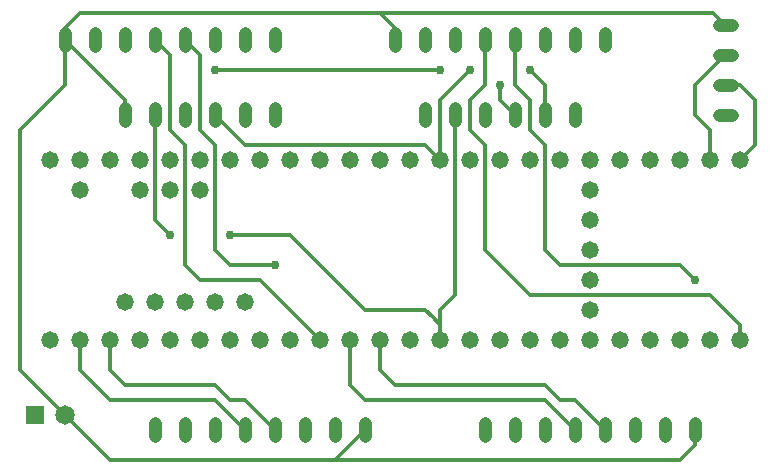
<source format=gbr>
G04 EAGLE Gerber RS-274X export*
G75*
%MOMM*%
%FSLAX34Y34*%
%LPD*%
%INTop Copper*%
%IPPOS*%
%AMOC8*
5,1,8,0,0,1.08239X$1,22.5*%
G01*
%ADD10C,1.473200*%
%ADD11R,1.650000X1.650000*%
%ADD12C,1.650000*%
%ADD13C,1.108000*%
%ADD14C,0.304800*%
%ADD15C,0.756400*%


D10*
X88900Y114300D03*
X114300Y114300D03*
X139700Y114300D03*
X165100Y114300D03*
X190500Y114300D03*
X215900Y114300D03*
X241300Y114300D03*
X266700Y114300D03*
X292100Y114300D03*
X317500Y114300D03*
X342900Y114300D03*
X368300Y114300D03*
X368300Y266700D03*
X342900Y266700D03*
X317500Y266700D03*
X292100Y266700D03*
X266700Y266700D03*
X241300Y266700D03*
X215900Y266700D03*
X190500Y266700D03*
X165100Y266700D03*
X139700Y266700D03*
X114300Y266700D03*
X63500Y114300D03*
X88900Y266700D03*
X63500Y266700D03*
X38100Y114300D03*
X38100Y266700D03*
X393700Y114300D03*
X393700Y266700D03*
X419100Y114300D03*
X444500Y114300D03*
X469900Y114300D03*
X495300Y114300D03*
X520700Y114300D03*
X546100Y114300D03*
X571500Y114300D03*
X596900Y114300D03*
X622300Y114300D03*
X622300Y266700D03*
X596900Y266700D03*
X571500Y266700D03*
X546100Y266700D03*
X520700Y266700D03*
X495300Y266700D03*
X469900Y266700D03*
X444500Y266700D03*
X419100Y266700D03*
X495300Y139700D03*
X495300Y190500D03*
X495300Y215900D03*
X495300Y165100D03*
X495300Y241300D03*
X63500Y241300D03*
X114300Y241300D03*
X139700Y241300D03*
X165100Y241300D03*
X101600Y146050D03*
X127000Y146050D03*
X152400Y146050D03*
X177800Y146050D03*
X203200Y146050D03*
D11*
X25400Y50800D03*
D12*
X50800Y50800D03*
D13*
X304800Y43640D02*
X304800Y32560D01*
X279400Y32560D02*
X279400Y43640D01*
X254000Y43640D02*
X254000Y32560D01*
X228600Y32560D02*
X228600Y43640D01*
X203200Y43640D02*
X203200Y32560D01*
X177800Y32560D02*
X177800Y43640D01*
X152400Y43640D02*
X152400Y32560D01*
X127000Y32560D02*
X127000Y43640D01*
X584200Y43640D02*
X584200Y32560D01*
X558800Y32560D02*
X558800Y43640D01*
X533400Y43640D02*
X533400Y32560D01*
X508000Y32560D02*
X508000Y43640D01*
X482600Y43640D02*
X482600Y32560D01*
X457200Y32560D02*
X457200Y43640D01*
X431800Y43640D02*
X431800Y32560D01*
X406400Y32560D02*
X406400Y43640D01*
X50800Y362760D02*
X50800Y373840D01*
X76200Y373840D02*
X76200Y362760D01*
X101600Y362760D02*
X101600Y373840D01*
X127000Y373840D02*
X127000Y362760D01*
X152400Y362760D02*
X152400Y373840D01*
X177800Y373840D02*
X177800Y362760D01*
X203200Y362760D02*
X203200Y373840D01*
X228600Y373840D02*
X228600Y362760D01*
X330200Y362760D02*
X330200Y373840D01*
X355600Y373840D02*
X355600Y362760D01*
X381000Y362760D02*
X381000Y373840D01*
X406400Y373840D02*
X406400Y362760D01*
X431800Y362760D02*
X431800Y373840D01*
X457200Y373840D02*
X457200Y362760D01*
X482600Y362760D02*
X482600Y373840D01*
X508000Y373840D02*
X508000Y362760D01*
X228600Y310340D02*
X228600Y299260D01*
X203200Y299260D02*
X203200Y310340D01*
X177800Y310340D02*
X177800Y299260D01*
X152400Y299260D02*
X152400Y310340D01*
X127000Y310340D02*
X127000Y299260D01*
X101600Y299260D02*
X101600Y310340D01*
X482600Y310340D02*
X482600Y299260D01*
X457200Y299260D02*
X457200Y310340D01*
X431800Y310340D02*
X431800Y299260D01*
X406400Y299260D02*
X406400Y310340D01*
X381000Y310340D02*
X381000Y299260D01*
X355600Y299260D02*
X355600Y310340D01*
X604060Y304800D02*
X615140Y304800D01*
X615140Y330200D02*
X604060Y330200D01*
X604060Y355600D02*
X615140Y355600D01*
X615140Y381000D02*
X604060Y381000D01*
D14*
X88900Y12700D02*
X50800Y50800D01*
X88900Y12700D02*
X279400Y12700D01*
X304800Y38100D01*
X279400Y12700D02*
X571500Y12700D01*
X584200Y25400D01*
X584200Y38100D01*
X50800Y50800D02*
X12700Y88900D01*
X12700Y292100D01*
X50800Y330200D01*
X50800Y368300D01*
X50800Y378716D01*
X63500Y391416D01*
X317500Y391416D01*
X330200Y378716D01*
X330200Y368300D01*
X317500Y391416D02*
X599184Y391416D01*
X609600Y381000D01*
X101600Y317500D02*
X101600Y304800D01*
X101600Y317500D02*
X50800Y368300D01*
X177800Y63500D02*
X203200Y38100D01*
X177800Y63500D02*
X88900Y63500D01*
X63500Y88900D02*
X63500Y114300D01*
X63500Y88900D02*
X88900Y63500D01*
X190500Y63500D02*
X203200Y63500D01*
X190500Y63500D02*
X177800Y76200D01*
X101600Y76200D01*
X88900Y88900D01*
X88900Y114300D01*
X203200Y63500D02*
X228600Y38100D01*
X165100Y355600D02*
X152400Y368300D01*
X165100Y355600D02*
X165100Y292100D01*
X177800Y279400D01*
X177800Y190500D01*
X190500Y177800D01*
X228600Y177800D01*
D15*
X228600Y177800D03*
D14*
X139700Y355600D02*
X127000Y368300D01*
X139700Y355600D02*
X139700Y292100D01*
X152400Y279400D01*
X152400Y177800D01*
X165100Y165100D01*
X215900Y165100D01*
X266700Y114300D01*
X304800Y63500D02*
X457200Y63500D01*
X304800Y63500D02*
X292100Y76200D01*
X292100Y114300D01*
X457200Y63500D02*
X482600Y38100D01*
X482600Y63500D02*
X469900Y63500D01*
X457200Y76200D01*
X330200Y76200D01*
X317500Y88900D01*
X317500Y114300D01*
X482600Y63500D02*
X508000Y38100D01*
X431800Y330200D02*
X431800Y368300D01*
X431800Y330200D02*
X444500Y317500D01*
X444500Y292100D01*
X457200Y279400D01*
X457200Y190500D01*
X469900Y177800D01*
X571500Y177800D02*
X584200Y165100D01*
X571500Y177800D02*
X469900Y177800D01*
D15*
X584200Y165100D03*
D14*
X406400Y330200D02*
X406400Y368300D01*
X406400Y330200D02*
X393700Y317500D01*
X393700Y292100D01*
X406400Y279400D01*
X406400Y190500D02*
X444500Y152400D01*
X596900Y152400D01*
X622300Y127000D01*
X622300Y114300D01*
X406400Y190500D02*
X406400Y279400D01*
X584200Y304800D02*
X584200Y330200D01*
X584200Y304800D02*
X596900Y292100D01*
X596900Y266700D01*
X584200Y330200D02*
X609600Y355600D01*
X609600Y330200D02*
X622300Y330200D01*
X635000Y317500D01*
X635000Y279400D01*
X622300Y266700D01*
X127000Y304800D02*
X127000Y215900D01*
X139700Y203200D01*
D15*
X139700Y203200D03*
X190500Y203200D03*
D14*
X241300Y203200D01*
X304800Y139700D02*
X355600Y139700D01*
X361950Y133350D01*
X368300Y127000D01*
X368300Y114300D01*
X304800Y139700D02*
X241300Y203200D01*
X381000Y152400D02*
X381000Y304800D01*
X381000Y152400D02*
X368300Y139700D01*
X368300Y114300D01*
X203200Y279400D02*
X177800Y304800D01*
X203200Y279400D02*
X355600Y279400D01*
X368300Y266700D01*
X419100Y317500D02*
X431800Y304800D01*
X419100Y317500D02*
X419100Y330200D01*
D15*
X419100Y330200D03*
X393700Y342900D03*
D14*
X368300Y317500D01*
X368300Y266700D01*
X457200Y304800D02*
X457200Y330200D01*
X444500Y342900D01*
D15*
X444500Y342900D03*
X368300Y342900D03*
D14*
X177800Y342900D01*
D15*
X177800Y342900D03*
M02*

</source>
